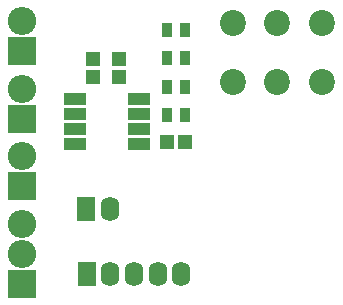
<source format=gbs>
G04 #@! TF.FileFunction,Soldermask,Bot*
%FSLAX46Y46*%
G04 Gerber Fmt 4.6, Leading zero omitted, Abs format (unit mm)*
G04 Created by KiCad (PCBNEW 4.0.4-1.fc24-product) date Tue Jun  5 14:17:38 2018*
%MOMM*%
%LPD*%
G01*
G04 APERTURE LIST*
%ADD10C,0.100000*%
%ADD11C,2.200000*%
%ADD12R,1.600000X2.100000*%
%ADD13O,1.600000X2.100000*%
%ADD14R,1.200000X1.150000*%
%ADD15O,2.398980X2.398980*%
%ADD16R,2.398980X2.398980*%
%ADD17R,0.900000X1.300000*%
%ADD18R,1.950000X1.000000*%
%ADD19R,1.150000X1.200000*%
G04 APERTURE END LIST*
D10*
D11*
X153750000Y-80000000D03*
X150000000Y-80000000D03*
X146250000Y-80000000D03*
X153750000Y-85000000D03*
X150000000Y-85000000D03*
X146250000Y-85000000D03*
D12*
X133850000Y-101250000D03*
D13*
X135850000Y-101250000D03*
X137850000Y-101250000D03*
X139850000Y-101250000D03*
X141850000Y-101250000D03*
D14*
X142150000Y-90100000D03*
X140650000Y-90100000D03*
D15*
X128400000Y-91310000D03*
D16*
X128400000Y-93850000D03*
D17*
X140664739Y-80635261D03*
X142164739Y-80635261D03*
X142150000Y-87850000D03*
X140650000Y-87850000D03*
X142150000Y-85400000D03*
X140650000Y-85400000D03*
D18*
X132900000Y-90255000D03*
X132900000Y-88985000D03*
X132900000Y-87715000D03*
X132900000Y-86445000D03*
X138300000Y-86445000D03*
X138300000Y-87715000D03*
X138300000Y-88985000D03*
X138300000Y-90255000D03*
D15*
X128405024Y-85573844D03*
D16*
X128405024Y-88113844D03*
D15*
X128400000Y-97000000D03*
D16*
X128400000Y-102080000D03*
D15*
X128400000Y-99540000D03*
X128400000Y-79860000D03*
D16*
X128400000Y-82400000D03*
D17*
X140650000Y-83000000D03*
X142150000Y-83000000D03*
D12*
X133800000Y-95800000D03*
D13*
X135800000Y-95800000D03*
D19*
X136600000Y-84600000D03*
X136600000Y-83100000D03*
X134400000Y-84600000D03*
X134400000Y-83100000D03*
M02*

</source>
